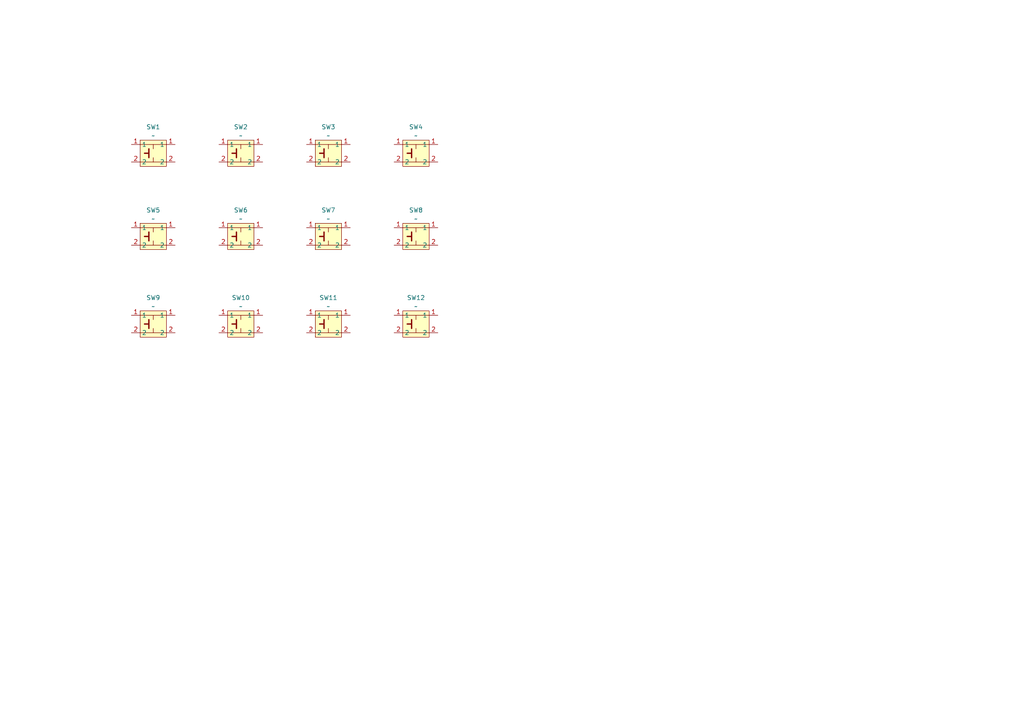
<source format=kicad_sch>
(kicad_sch (version 20231120) (generator "eeschema") (generator_version "8.0")
  (paper "A4")
  (lib_symbols
    (symbol "rpi_pico_media_board:SW_PUSH_6mm_H5mm"
      (property "Reference" "SW" (at 0 3.81 0))
      (symbol "SW_PUSH_6mm_H5mm_0_1"
        (polyline (pts (xy -3.81 -3.81) (xy 3.81 -3.81)))
        (polyline (pts (xy -3.81 1.27) (xy 3.81 1.27)))
        (polyline (pts (xy 0 -3.81) (xy 0 -2.54)))
        (polyline (pts (xy 0 1.27) (xy 0 0)))
      )
      (symbol "SW_PUSH_6mm_H5mm_1_1"
        (rectangle (start -3.81 2.54) (end 3.81 -5.08) (fill (type background)))
        (polyline (pts (xy -2.54 -1.27) (xy -1.27 -1.27) (xy -1.27 0) (xy -1.27 -2.54)) (stroke (width 0.381)))
        (pin passive line (at -6.35 1.27 0) (length 2.54) (name "1") (number "1"))
        (pin passive line (at 6.35 1.27 180) (length 2.54) (name "1") (number "1"))
        (pin passive line (at -6.35 -3.81 0) (length 2.54) (name "2") (number "2"))
        (pin passive line (at 6.35 -3.81 180) (length 2.54) (name "2") (number "2"))
      )
    )
  )
  (symbol (lib_name "rpi_pico_media_board:SW_PUSH_6mm_H5mm") (lib_id "rpi_pico_media_board:SW_PUSH_6mm_H5mm") (at 95.25 67.31 0) (unit 1)
    (property "Reference" "SW7" (at 95.25 60.96 0))
    (property "Value" "~" (at 95.25 63.5 0))
    (property "Footprint" "rpi_pico_media_board:SW_PUSH_6mm_H5mm" (effects (hide yes)))
  )
  (symbol (lib_name "rpi_pico_media_board:SW_PUSH_6mm_H5mm") (lib_id "rpi_pico_media_board:SW_PUSH_6mm_H5mm") (at 120.65 92.71 0) (unit 1)
    (property "Reference" "SW12" (at 120.65 86.36 0))
    (property "Value" "~" (at 120.65 88.9 0))
    (property "Footprint" "rpi_pico_media_board:SW_PUSH_6mm_H5mm" (effects (hide yes)))
  )
  (symbol (lib_name "rpi_pico_media_board:SW_PUSH_6mm_H5mm") (lib_id "rpi_pico_media_board:SW_PUSH_6mm_H5mm") (at 69.85 92.71 0) (unit 1)
    (property "Reference" "SW10" (at 69.85 86.36 0))
    (property "Value" "~" (at 69.85 88.9 0))
    (property "Footprint" "rpi_pico_media_board:SW_PUSH_6mm_H5mm" (effects (hide yes)))
  )
  (symbol (lib_name "rpi_pico_media_board:SW_PUSH_6mm_H5mm") (lib_id "rpi_pico_media_board:SW_PUSH_6mm_H5mm") (at 44.45 92.71 0) (unit 1)
    (property "Reference" "SW9" (at 44.45 86.36 0))
    (property "Value" "~" (at 44.45 88.9 0))
    (property "Footprint" "rpi_pico_media_board:SW_PUSH_6mm_H5mm" (effects (hide yes)))
  )
  (symbol (lib_name "rpi_pico_media_board:SW_PUSH_6mm_H5mm") (lib_id "rpi_pico_media_board:SW_PUSH_6mm_H5mm") (at 95.25 92.71 0) (unit 1)
    (property "Reference" "SW11" (at 95.25 86.36 0))
    (property "Value" "~" (at 95.25 88.9 0))
    (property "Footprint" "rpi_pico_media_board:SW_PUSH_6mm_H5mm" (effects (hide yes)))
  )
  (symbol (lib_id "rpi_pico_media_board:SW_PUSH_6mm_H5mm") (at 44.45 43.18 0) (unit 1)
    (property "Reference" "SW1" (at 44.45 36.83 0))
    (property "Value" "~" (at 44.45 39.37 0))
    (property "Footprint" "rpi_pico_media_board:SW_PUSH_6mm_H5mm" (effects (hide yes)))
  )
  (symbol (lib_name "rpi_pico_media_board:SW_PUSH_6mm_H5mm") (lib_id "rpi_pico_media_board:SW_PUSH_6mm_H5mm") (at 95.25 43.18 0) (unit 1)
    (property "Reference" "SW3" (at 95.25 36.83 0))
    (property "Value" "~" (at 95.25 39.37 0))
    (property "Footprint" "rpi_pico_media_board:SW_PUSH_6mm_H5mm" (effects (hide yes)))
  )
  (symbol (lib_name "rpi_pico_media_board:SW_PUSH_6mm_H5mm") (lib_id "rpi_pico_media_board:SW_PUSH_6mm_H5mm") (at 120.65 67.31 0) (unit 1)
    (property "Reference" "SW8" (at 120.65 60.96 0))
    (property "Value" "~" (at 120.65 63.5 0))
    (property "Footprint" "rpi_pico_media_board:SW_PUSH_6mm_H5mm" (effects (hide yes)))
  )
  (symbol (lib_name "rpi_pico_media_board:SW_PUSH_6mm_H5mm") (lib_id "rpi_pico_media_board:SW_PUSH_6mm_H5mm") (at 44.45 67.31 0) (unit 1)
    (property "Reference" "SW5" (at 44.45 60.96 0))
    (property "Value" "~" (at 44.45 63.5 0))
    (property "Footprint" "rpi_pico_media_board:SW_PUSH_6mm_H5mm" (effects (hide yes)))
  )
  (symbol (lib_name "rpi_pico_media_board:SW_PUSH_6mm_H5mm") (lib_id "rpi_pico_media_board:SW_PUSH_6mm_H5mm") (at 69.85 67.31 0) (unit 1)
    (property "Reference" "SW6" (at 69.85 60.96 0))
    (property "Value" "~" (at 69.85 63.5 0))
    (property "Footprint" "rpi_pico_media_board:SW_PUSH_6mm_H5mm" (effects (hide yes)))
  )
  (symbol (lib_name "rpi_pico_media_board:SW_PUSH_6mm_H5mm") (lib_id "rpi_pico_media_board:SW_PUSH_6mm_H5mm") (at 69.85 43.18 0) (unit 1)
    (property "Reference" "SW2" (at 69.85 36.83 0))
    (property "Value" "~" (at 69.85 39.37 0))
    (property "Footprint" "rpi_pico_media_board:SW_PUSH_6mm_H5mm" (effects (hide yes)))
  )
  (symbol (lib_name "rpi_pico_media_board:SW_PUSH_6mm_H5mm") (lib_id "rpi_pico_media_board:SW_PUSH_6mm_H5mm") (at 120.65 43.18 0) (unit 1)
    (property "Reference" "SW4" (at 120.65 36.83 0))
    (property "Value" "~" (at 120.65 39.37 0))
    (property "Footprint" "rpi_pico_media_board:SW_PUSH_6mm_H5mm" (effects (hide yes)))
  )
)
</source>
